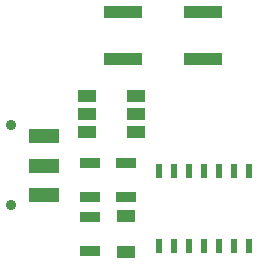
<source format=gts>
G04 #@! TF.FileFunction,Soldermask,Top*
%FSLAX46Y46*%
G04 Gerber Fmt 4.6, Leading zero omitted, Abs format (unit mm)*
G04 Created by KiCad (PCBNEW 4.0.4-stable) date 02/09/17 18:50:02*
%MOMM*%
%LPD*%
G01*
G04 APERTURE LIST*
%ADD10C,0.100000*%
%ADD11R,1.500000X1.000000*%
%ADD12R,3.200000X1.000000*%
%ADD13C,0.900000*%
%ADD14R,2.500000X1.200000*%
%ADD15R,1.600000X1.000000*%
%ADD16R,0.508000X1.143000*%
%ADD17R,1.700000X0.900000*%
G04 APERTURE END LIST*
D10*
D11*
X207586000Y-91416000D03*
X207586000Y-89916000D03*
X207586000Y-88416000D03*
X203486000Y-88416000D03*
X203486000Y-89916000D03*
X203486000Y-91416000D03*
D12*
X206520000Y-81250000D03*
X206520000Y-85250000D03*
X213320000Y-85250000D03*
X213320000Y-81250000D03*
D13*
X197070000Y-97650000D03*
D14*
X199820000Y-91750000D03*
X199820000Y-94290000D03*
X199820000Y-96750000D03*
D13*
X197070000Y-90850000D03*
D15*
X206756000Y-101576000D03*
X206756000Y-98576000D03*
D16*
X217170000Y-94742000D03*
X215900000Y-94742000D03*
X214630000Y-94742000D03*
X213360000Y-94742000D03*
X212090000Y-94742000D03*
X210820000Y-94742000D03*
X209550000Y-94742000D03*
X209550000Y-101092000D03*
X210820000Y-101092000D03*
X213360000Y-101092000D03*
X214630000Y-101092000D03*
X215900000Y-101092000D03*
X217170000Y-101092000D03*
X212090000Y-101092000D03*
D17*
X206756000Y-94054000D03*
X206756000Y-96954000D03*
X203708000Y-94054000D03*
X203708000Y-96954000D03*
X203708000Y-101526000D03*
X203708000Y-98626000D03*
M02*

</source>
